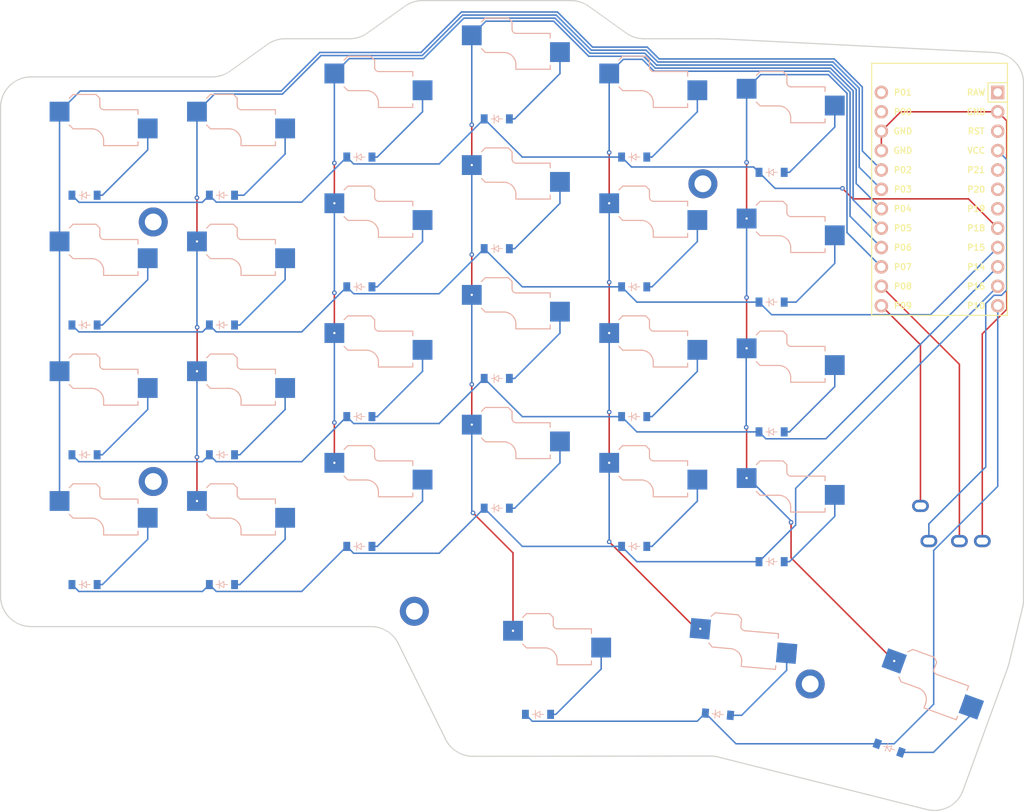
<source format=kicad_pcb>
(kicad_pcb (version 20241229) (generator "pcbnew") (generator_version "9.0")
  (title_block (title "left") (date "2025-04-21") (rev "v1.0.0") (company "Unknown"))
  (layers (0 "F.Cu" signal) (2 "B.Cu" signal) (13 "F.Paste" user) (15 "B.Paste" user) (5 "F.SilkS" user "F.Silkscreen") (7 "B.SilkS" user "B.Silkscreen") (1 "F.Mask" user) (3 "B.Mask" user) (25 "Edge.Cuts" user))
  (net 0 "")
  (net 1 "P2")
  (net 2 "outer_bottom")
  (net 3 "GND")
  (net 4 "outer_home")
  (net 5 "outer_top")
  (net 6 "outer_num")
  (net 7 "P3")
  (net 8 "pinky_bottom")
  (net 9 "pinky_home")
  (net 10 "pinky_top")
  (net 11 "pinky_num")
  (net 12 "P4")
  (net 13 "ring_bottom")
  (net 14 "ring_home")
  (net 15 "ring_top")
  (net 16 "ring_num")
  (net 17 "P5")
  (net 18 "middle_bottom")
  (net 19 "middle_home")
  (net 20 "middle_top")
  (net 21 "middle_num")
  (net 22 "P6")
  (net 23 "index_bottom")
  (net 24 "index_home")
  (net 25 "index_top")
  (net 26 "index_num")
  (net 27 "P7")
  (net 28 "inner_bottom")
  (net 29 "inner_home")
  (net 30 "inner_top")
  (net 31 "inner_num")
  (net 32 "out_home")
  (net 33 "home_home")
  (net 34 "in_home")
  (net 35 "P16")
  (net 36 "P14")
  (net 37 "P15")
  (net 38 "P18")
  (net 39 "P10")
  (net 40 "RAW")
  (net 41 "RST")
  (net 42 "VCC")
  (net 43 "P21")
  (net 44 "P20")
  (net 45 "P19")
  (net 46 "P1")
  (net 47 "P0")
  (net 48 "P8")
  (net 49 "P9")
  (footprint "ceoloide:mounting_hole_plated" (layer "F.Cu") (at 109 57.5)
    (property "Reference" "H1" (hide yes))
    (property "Value" "")
  )
  (footprint "ceoloide:mounting_hole_plated" (layer "F.Cu") (at 143.2 108.5)
    (property "Reference" "H5" (hide yes))
    (property "Value" "")
  )
  (footprint "ProMicro" (layer "F.Cu") (at 212 54.5 -90)
    (property "Reference" "MCU1" (hide yes))
    (property "Value" "" (hide yes))
  )
  (footprint "ceoloide:trrs_pj320a" (layer "F.Cu") (at 220.8 97 -90)
    (property "Reference" "TRRS1" (hide yes))
    (property "Value" "")
  )
  (footprint "ceoloide:mounting_hole_plated" (layer "F.Cu") (at 109 91.5)
    (property "Reference" "H3" (hide yes))
    (property "Value" "")
  )
  (footprint "ceoloide:mounting_hole_plated" (layer "F.Cu") (at 195.055478 118.019722 -5)
    (property "Reference" "H4" (hide yes))
    (property "Value" "")
  )
  (footprint "ceoloide:mounting_hole_plated" (layer "F.Cu") (at 181 52.5)
    (property "Reference" "H2" (hide yes))
    (property "Value" "")
  )
  (footprint "ceoloide:diode_tht_sod123" (layer "B.Cu") (at 190 102)
    (property "Reference" "D21" (hide yes))
    (property "Value" "")
  )
  (footprint "ceoloide:diode_tht_sod123" (layer "B.Cu") (at 172 66)
    (property "Reference" "D19" (hide yes))
    (property "Value" "")
  )
  (footprint "ceoloide:switch_choc_v1_v2" (layer "B.Cu") (at 159.4 117)
    (property "Reference" "S25" (hide yes))
    (property "Value" "")
  )
  (footprint "ceoloide:diode_tht_sod123" (layer "B.Cu") (at 172 83)
    (property "Reference" "D18" (hide yes))
    (property "Value" "")
  )
  (footprint "ceoloide:switch_choc_v1_v2" (layer "B.Cu") (at 154 90)
    (property "Reference" "S13" (hide yes))
    (property "Value" "")
  )
  (footprint "ceoloide:switch_choc_v1_v2" (layer "B.Cu") (at 136 44)
    (property "Reference" "S12" (hide yes))
    (property "Value" "")
  )
  (footprint "ceoloide:diode_tht_sod123" (layer "B.Cu") (at 154 44)
    (property "Reference" "D16" (hide yes))
    (property "Value" "")
  )
  (footprint "ceoloide:switch_choc_v1_v2" (layer "B.Cu") (at 154 73)
    (property "Reference" "S14" (hide yes))
    (property "Value" "")
  )
  (footprint "ceoloide:switch_choc_v1_v2" (layer "B.Cu") (at 190 80)
    (property "Reference" "S22" (hide yes))
    (property "Value" "")
  )
  (footprint "ceoloide:diode_tht_sod123" (layer "B.Cu") (at 118 105)
    (property "Reference" "D5" (hide yes))
    (property "Value" "")
  )
  (footprint "ceoloide:diode_tht_sod123" (layer "B.Cu") (at 159.4 122)
    (property "Reference" "D25" (hide yes))
    (property "Value" "")
  )
  (footprint "ceoloide:switch_choc_v1_v2" (layer "B.Cu") (at 190 97)
    (property "Reference" "S21" (hide yes))
    (property "Value" "")
  )
  (footprint "ceoloide:switch_choc_v1_v2" (layer "B.Cu") (at 172 78)
    (property "Reference" "S18" (hide yes))
    (property "Value" "")
  )
  (footprint "ceoloide:switch_choc_v1_v2" (layer "B.Cu") (at 118 66)
    (property "Reference" "S7" (hide yes))
    (property "Value" "")
  )
  (footprint "ceoloide:diode_tht_sod123" (layer "B.Cu") (at 100 105)
    (property "Reference" "D1" (hide yes))
    (property "Value" "")
  )
  (footprint "ceoloide:diode_tht_sod123" (layer "B.Cu") (at 154 61)
    (property "Reference" "D15" (hide yes))
    (property "Value" "")
  )
  (footprint "ceoloide:switch_choc_v1_v2" (layer "B.Cu") (at 100 49)
    (property "Reference" "S4" (hide yes))
    (property "Value" "")
  )
  (footprint "ceoloide:switch_choc_v1_v2" (layer "B.Cu") (at 172 44)
    (property "Reference" "S20" (hide yes))
    (property "Value" "")
  )
  (footprint "ceoloide:switch_choc_v1_v2" (layer "B.Cu") (at 172 95)
    (property "Reference" "S17" (hide yes))
    (property "Value" "")
  )
  (footprint "ceoloide:diode_tht_sod123" (layer "B.Cu") (at 100 54)
    (property "Reference" "D4" (hide yes))
    (property "Value" "")
  )
  (footprint "ceoloide:diode_tht_sod123" (layer "B.Cu") (at 154 95)
    (property "Reference" "D13" (hide yes))
    (property "Value" "")
  )
  (footprint "ceoloide:switch_choc_v1_v2" (layer "B.Cu") (at 172 61)
    (property "Reference" "S19" (hide yes))
    (property "Value" "")
  )
  (footprint "ceoloide:diode_tht_sod123" (layer "B.Cu") (at 100 71)
    (property "Reference" "D3" (hide yes))
    (property "Value" "")
  )
  (footprint "ceoloide:switch_choc_v1_v2" (layer "B.Cu") (at 136 78)
    (property "Reference" "S10" (hide yes))
    (property "Value" "")
  )
  (footprint "ceoloide:diode_tht_sod123" (layer "B.Cu") (at 205.391444 126.418188 -20)
    (property "Reference" "D27" (hide yes))
    (property "Value" "")
  )
  (footprint "ceoloide:diode_tht_sod123" (layer "B.Cu") (at 136 66)
    (property "Reference" "D11" (hide yes))
    (property "Value" "")
  )
  (footprint "ceoloide:switch_choc_v1_v2" (layer "B.Cu") (at 190 46)
    (property "Reference" "S24" (hide yes))
    (property "Value" "")
  )
  (footprint "ceoloide:switch_choc_v1_v2" (layer "B.Cu") (at 100 83)
    (property "Reference" "S2" (hide yes))
    (property "Value" "")
  )
  (footprint "ceoloide:diode_tht_sod123" (layer "B.Cu") (at 172 49)
    (property "Reference" "D20" (hide yes))
    (property "Value" "")
  )
  (footprint "ceoloide:diode_tht_sod123" (layer "B.Cu") (at 190 68)
    (property "Reference" "D23" (hide yes))
    (property "Value" "")
  )
  (footprint "ceoloide:switch_choc_v1_v2" (layer "B.Cu") (at 154 56)
    (property "Reference" "S15" (hide yes))
    (property "Value" "")
  )
  (footprint "ceoloide:diode_tht_sod123" (layer "B.Cu") (at 136 83)
    (property "Reference" "D10" (hide yes))
    (property "Value" "")
  )
  (footprint "ceoloide:switch_choc_v1_v2" (layer "B.Cu") (at 100 100)
    (property "Reference" "S1" (hide yes))
    (property "Value" "")
  )
  (footprint "ceoloide:diode_tht_sod123" (layer "B.Cu") (at 182.964221 121.980974 -5)
    (property "Reference" "D26" (hide yes))
    (property "Value" "")
  )
  (footprint "ceoloide:diode_tht_sod123" (layer "B.Cu") (at 118 88)
    (property "Reference" "D6" (hide yes))
    (property "Value" "")
  )
  (footprint "ceoloide:switch_choc_v1_v2" (layer "B.Cu") (at 136 95)
    (property "Reference" "S9" (hide yes))
    (property "Value" "")
  )
  (footprint "ceoloide:diode_tht_sod123" (layer "B.Cu") (at 100 88)
    (property "Reference" "D2" (hide yes))
    (property "Value" "")
  )
  (footprint "ceoloide:switch_choc_v1_v2" (layer "B.Cu") (at 100 66)
    (property "Reference" "S3" (hide yes))
    (property "Value" "")
  )
  (footprint "ceoloide:diode_tht_sod123" (layer "B.Cu") (at 118 71)
    (property "Reference" "D7" (hide yes))
    (property "Value" "")
  )
  (footprint "ceoloide:diode_tht_sod123" (layer "B.Cu") (at 136 49)
    (property "Reference" "D12" (hide yes))
    (property "Value" "")
  )
  (footprint "ceoloide:switch_choc_v1_v2" (layer "B.Cu") (at 118 83)
    (property "Reference" "S6" (hide yes))
    (property "Value" "")
  )
  (footprint "ceoloide:diode_tht_sod123" (layer "B.Cu") (at 190 51)
    (property "Reference" "D24" (hide yes))
    (property "Value" "")
  )
  (footprint "ceoloide:diode_tht_sod123" (layer "B.Cu") (at 118 54)
    (property "Reference" "D8" (hide yes))
    (property "Value" "")
  )
  (footprint "ceoloide:switch_choc_v1_v2" (layer "B.Cu") (at 183.4 117 -5)
    (property "Reference" "S26" (hide yes))
    (property "Value" "")
  )
  (footprint "ceoloide:switch_choc_v1_v2" (layer "B.Cu") (at 154 39)
    (property "Reference" "S16" (hide yes))
    (property "Value" "")
  )
  (footprint "ceoloide:diode_tht_sod123" (layer "B.Cu") (at 172 100)
    (property "Reference" "D17" (hide yes))
    (property "Value" "")
  )
  (footprint "ceoloide:switch_choc_v1_v2" (layer "B.Cu") (at 136 61)
    (property "Reference" "S11" (hide yes))
    (property "Value" "")
  )
  (footprint "ceoloide:diode_tht_sod123" (layer "B.Cu") (at 154 78)
    (property "Reference" "D14" (hide yes))
    (property "Value" "")
  )
  (footprint "ceoloide:switch_choc_v1_v2" (layer "B.Cu") (at 118 100)
    (property "Reference" "S5" (hide yes))
    (property "Value" "")
  )
  (footprint "ceoloide:switch_choc_v1_v2" (layer "B.Cu") (at 118 49)
    (property "Reference" "S8" (hide yes))
    (property "Value" "")
  )
  (footprint "ceoloide:diode_tht_sod123" (layer "B.Cu") (at 136 100)
    (property "Reference" "D9" (hide yes))
    (property "Value" "")
  )
  (footprint "ceoloide:diode_tht_sod123" (layer "B.Cu") (at 190 85)
    (property "Reference" "D22" (hide yes))
    (property "Value" "")
  )
  (footprint "ceoloide:switch_choc_v1_v2" (layer "B.Cu") (at 207.101544 121.719725 -20)
    (property "Reference" "S27" (hide yes))
    (property "Value" "")
  )
  (footprint "ceoloide:switch_choc_v1_v2" (layer "B.Cu") (at 190 63)
    (property "Reference" "S23" (hide yes))
    (property "Value" "")
  )
  (gr_line (start 166.043092 29.245066) (end 170.956908 32.754934) (stroke (width 0.15)) (layer "Edge.Cuts"))
  (gr_line (start 223 39.304997) (end 223 107.021291) (stroke (width 0.15)) (layer "Edge.Cuts"))
  (gr_line (start 220.953475 115.823707) (end 215.081352 131.957231) (stroke (width 0.15)) (layer "Edge.Cuts"))
  (gr_line (start 210.346834 134.468315) (end 182.967565 127.581461) (stroke (width 0.15)) (layer "Edge.Cuts"))
  (gr_arc (start 93 110.5) (mid 90.171573 109.328427) (end 89 106.5) (stroke (width 0.15)) (layer "Edge.Cuts"))
  (gr_arc (start 163.71814 28.5) (mid 164.938844 28.690829) (end 166.043092 29.245066) (stroke (width 0.15)) (layer "Edge.Cuts"))
  (gr_line (start 93 110.5) (end 137.514808 110.5) (stroke (width 0.15)) (layer "Edge.Cuts"))
  (gr_arc (start 223 107.021291) (mid 222.97166 107.496608) (end 222.887037 107.965189) (stroke (width 0.15)) (layer "Edge.Cuts"))
  (gr_line (start 93 38.5) (end 116.71814 38.5) (stroke (width 0.15)) (layer "Edge.Cuts"))
  (gr_line (start 181.987129 127.460628) (end 150.888441 127.497083) (stroke (width 0.15)) (layer "Edge.Cuts"))
  (gr_arc (start 219.19975 35.309988) (mid 221.89819 36.548097) (end 223 39.304997) (stroke (width 0.15)) (layer "Edge.Cuts"))
  (gr_arc (start 137.043092 32.754934) (mid 135.938851 33.309193) (end 134.71814 33.5) (stroke (width 0.15)) (layer "Edge.Cuts"))
  (gr_arc (start 89 42.5) (mid 90.171573 39.671573) (end 93 38.5) (stroke (width 0.15)) (layer "Edge.Cuts"))
  (gr_arc (start 119.043092 37.754934) (mid 117.938851 38.309193) (end 116.71814 38.5) (stroke (width 0.15)) (layer "Edge.Cuts"))
  (gr_arc (start 150.888441 127.497083) (mid 148.774821 126.895937) (end 147.297646 125.269044) (stroke (width 0.15)) (layer "Edge.Cuts"))
  (gr_line (start 147.297646 125.269044) (end 141.100914 112.728041) (stroke (width 0.15)) (layer "Edge.Cuts"))
  (gr_arc (start 215.081352 131.957231) (mid 213.196806 134.122906) (end 210.346834 134.468315) (stroke (width 0.15)) (layer "Edge.Cuts"))
  (gr_arc (start 181.987129 127.460628) (mid 182.481091 127.490665) (end 182.967565 127.581461) (stroke (width 0.15)) (layer "Edge.Cuts"))
  (gr_arc (start 141.956908 29.245066) (mid 143.061149 28.690807) (end 144.28186 28.5) (stroke (width 0.15)) (layer "Edge.Cuts"))
  (gr_line (start 137.043092 32.754934) (end 141.956908 29.245066) (stroke (width 0.15)) (layer "Edge.Cuts"))
  (gr_arc (start 182.900061 33.5) (mid 182.999968 33.501247) (end 183.099812 33.504991) (stroke (width 0.15)) (layer "Edge.Cuts"))
  (gr_arc (start 137.514808 110.5) (mid 139.625748 111.102369) (end 141.100914 112.728041) (stroke (width 0.15)) (layer "Edge.Cuts"))
  (gr_line (start 222.887037 107.965189) (end 221.081741 115.399524) (stroke (width 0.15)) (layer "Edge.Cuts"))
  (gr_line (start 126.28186 33.5) (end 134.71814 33.5) (stroke (width 0.15)) (layer "Edge.Cuts"))
  (gr_line (start 119.043092 37.754934) (end 123.956908 34.245066) (stroke (width 0.15)) (layer "Edge.Cuts"))
  (gr_line (start 144.28186 28.5) (end 163.71814 28.5) (stroke (width 0.15)) (layer "Edge.Cuts"))
  (gr_line (start 89 106.5) (end 89 42.5) (stroke (width 0.15)) (layer "Edge.Cuts"))
  (gr_arc (start 221.081741 115.399524) (mid 221.023489 115.613394) (end 220.953475 115.823707) (stroke (width 0.15)) (layer "Edge.Cuts"))
  (gr_arc (start 173.28186 33.5) (mid 172.061156 33.309171) (end 170.956908 32.754934) (stroke (width 0.15)) (layer "Edge.Cuts"))
  (gr_line (start 183.099812 33.504991) (end 219.19975 35.309988) (stroke (width 0.15)) (layer "Edge.Cuts"))
  (gr_arc (start 123.956908 34.245066) (mid 125.061149 33.690807) (end 126.28186 33.5) (stroke (width 0.15)) (layer "Edge.Cuts"))
  (gr_line (start 173.28186 33.5) (end 182.900061 33.5) (stroke (width 0.15)) (layer "Edge.Cuts"))
  (segment (start 149.3698 29.996) (end 144.0678 35.298) (width 0.2) (layer "B.Cu") (net 1))
  (segment (start 173.7134 34.595) (end 166.5463 34.595) (width 0.2) (layer "B.Cu") (net 1))
  (segment (start 201.881 48.191) (end 201.881 39.8185) (width 0.2) (layer "B.Cu") (net 1))
  (segment (start 198.2085 36.146) (end 175.2644 36.146) (width 0.2) (layer "B.Cu") (net 1))
  (segment (start 96.725 77.05) (end 96.725 94.05) (width 0.2) (layer "B.Cu") (net 1))
  (segment (start 166.5463 34.595) (end 161.9473 29.996) (width 0.2) (layer "B.Cu") (net 1))
  (segment (start 96.725 43.05) (end 96.725 60.05) (width 0.2) (layer "B.Cu") (net 1))
  (segment (start 161.9473 29.996) (end 149.3698 29.996) (width 0.2) (layer "B.Cu") (net 1))
  (segment (start 201.881 39.8185) (end 198.2085 36.146) (width 0.2) (layer "B.Cu") (net 1))
  (segment (start 175.2644 36.146) (end 173.7134 34.595) (width 0.2) (layer "B.Cu") (net 1))
  (segment (start 204.38 50.69) (end 201.881 48.191) (width 0.2) (layer "B.Cu") (net 1))
  (segment (start 125.7589 40.349) (end 99.426 40.349) (width 0.2) (layer "B.Cu") (net 1))
  (segment (start 130.8099 35.298) (end 125.7589 40.349) (width 0.2) (layer "B.Cu") (net 1))
  (segment (start 96.725 60.05) (end 96.725 77.05) (width 0.2) (layer "B.Cu") (net 1))
  (segment (start 144.0678 35.298) (end 130.8099 35.298) (width 0.2) (layer "B.Cu") (net 1))
  (segment (start 99.426 40.349) (end 96.725 43.05) (width 0.2) (layer "B.Cu") (net 1))
  (segment (start 108.275 99.064892) (end 108.275 96.25) (width 0.2) (layer "B.Cu") (net 2))
  (segment (start 102.339892 105) (end 108.275 99.064892) (width 0.2) (layer "B.Cu") (net 2))
  (segment (start 101.65 105) (end 102.339892 105) (width 0.2) (layer "B.Cu") (net 2))
  (segment (start 217.6 72.154954) (end 220.7973 68.957654) (width 0.2) (layer "F.Cu") (net 3))
  (segment (start 219.62 43.07) (end 206.92 43.07) (width 0.2) (layer "F.Cu") (net 3))
  (segment (start 206.92 43.07) (end 204.38 45.61) (width 0.2) (layer "F.Cu") (net 3))
  (segment (start 220.7973 68.957654) (end 220.7973 44.2473) (width 0.2) (layer "F.Cu") (net 3))
  (segment (start 220.7973 44.2473) (end 219.62 43.07) (width 0.2) (layer "F.Cu") (net 3))
  (segment (start 204.38 45.61) (end 204.38 48.15) (width 0.2) (layer "F.Cu") (net 3))
  (segment (start 217.6 99.3) (end 217.6 72.154954) (width 0.2) (layer "F.Cu") (net 3))
  (segment (start 102.339892 88) (end 108.275 82.064892) (width 0.2) (layer "B.Cu") (net 4))
  (segment (start 108.275 82.064892) (end 108.275 79.25) (width 0.2) (layer "B.Cu") (net 4))
  (segment (start 101.65 88) (end 102.339892 88) (width 0.2) (layer "B.Cu") (net 4))
  (segment (start 108.275 65.064892) (end 108.275 62.25) (width 0.2) (layer "B.Cu") (net 5))
  (segment (start 101.65 71) (end 102.339892 71) (width 0.2) (layer "B.Cu") (net 5))
  (segment (start 102.339892 71) (end 108.275 65.064892) (width 0.2) (layer "B.Cu") (net 5))
  (segment (start 108.275 48.064892) (end 108.275 45.25) (width 0.2) (layer "B.Cu") (net 6))
  (segment (start 101.65 54) (end 102.339892 54) (width 0.2) (layer "B.Cu") (net 6))
  (segment (start 102.339892 54) (end 108.275 48.064892) (width 0.2) (layer "B.Cu") (net 6))
  (segment (start 114.725 88.301) (end 114.725 94.05) (width 0.2) (layer "F.Cu") (net 7))
  (segment (start 114.725 54.33) (end 114.725 60.05) (width 0.2) (layer "F.Cu") (net 7))
  (segment (start 114.75 71.301) (end 114.75 77.025) (width 0.2) (layer "F.Cu") (net 7))
  (segment (start 114.75 77.025) (end 114.725 77.05) (width 0.2) (layer "F.Cu") (net 7))
  (via (at 114.725 88.301) (size 0.6) (drill 0.3) (layers "F.Cu" "B.Cu") (net 7))
  (via (at 114.725 54.33) (size 0.6) (drill 0.3) (layers "F.Cu" "B.Cu") (net 7))
  (via (at 114.75 71.301) (size 0.6) (drill 0.3) (layers "F.Cu" "B.Cu") (net 7))
  (via (at 114.725 77.05) (size 0.6) (drill 0.3) (layers "F.Cu" "B.Cu") (net 7))
  (via (at 114.725 94.05) (size 0.6) (drill 0.3) (layers "F.Cu" "B.Cu") (net 7))
  (via (at 114.725 60.05) (size 0.6) (drill 0.3) (layers "F.Cu" "B.Cu") (net 7))
  (segment (start 130.976 35.699) (end 125.925 40.75) (width 0.2) (layer "B.Cu") (net 7))
  (segment (start 114.725 60.05) (end 114.725 71.276) (width 0.2) (layer "B.Cu") (net 7))
  (segment (start 166.3802 34.996) (end 161.7812 30.397) (width 0.2) (layer "B.Cu") (net 7))
  (segment (start 149.5359 30.397) (end 144.2339 35.699) (width 0.2) (layer "B.Cu") (net 7))
  (segment (start 114.725 43.05) (end 114.725 54.33) (width 0.2) (layer "B.Cu") (net 7))
  (segment (start 198.0424 36.547) (end 175.0983 36.547) (width 0.2) (layer "B.Cu") (net 7))
  (segment (start 204.38 53.23) (end 201.48 50.33) (width 0.2) (layer "B.Cu") (net 7))
  (segment (start 201.48 50.33) (end 201.48 39.9846) (width 0.2) (layer "B.Cu") (net 7))
  (segment (start 161.7812 30.397) (end 149.5359 30.397) (width 0.2) (layer "B.Cu") (net 7))
  (segment (start 175.0983 36.547) (end 173.5473 34.996) (width 0.2) (layer "B.Cu") (net 7))
  (segment (start 114.725 71.276) (end 114.75 71.301) (width 0.2) (layer "B.Cu") (net 7))
  (segment (start 125.925 40.75) (end 117.025 40.75) (width 0.2) (layer "B.Cu") (net 7))
  (segment (start 144.2339 35.699) (end 130.976 35.699) (width 0.2) (layer "B.Cu") (net 7))
  (segment (start 201.48 39.9846) (end 198.0424 36.547) (width 0.2) (layer "B.Cu") (net 7))
  (segment (start 114.725 77.05) (end 114.725 88.301) (width 0.2) (layer "B.Cu") (net 7))
  (segment (start 173.5473 34.996) (end 166.3802 34.996) (width 0.2) (layer "B.Cu") (net 7))
  (segment (start 117.025 40.75) (end 114.725 43.05) (width 0.2) (layer "B.Cu") (net 7))
  (segment (start 119.65 105) (end 120.339892 105) (width 0.2) (layer "B.Cu") (net 8))
  (segment (start 120.339892 105) (end 126.275 99.064892) (width 0.2) (layer "B.Cu") (net 8))
  (segment (start 126.275 99.064892) (end 126.275 96.25) (width 0.2) (layer "B.Cu") (net 8))
  (segment (start 126.275 82.064892) (end 126.275 79.25) (width 0.2) (layer "B.Cu") (net 9))
  (segment (start 119.65 88) (end 120.339892 88) (width 0.2) (layer "B.Cu") (net 9))
  (segment (start 120.339892 88) (end 126.275 82.064892) (width 0.2) (layer "B.Cu") (net 9))
  (segment (start 126.275 65.064892) (end 126.275 62.25) (width 0.2) (layer "B.Cu") (net 10))
  (segment (start 120.339892 71) (end 126.275 65.064892) (width 0.2) (layer "B.Cu") (net 10))
  (segment (start 119.65 71) (end 120.339892 71) (width 0.2) (layer "B.Cu") (net 10))
  (segment (start 126.275 48.595) (end 126.275 45.25) (width 0.2) (layer "B.Cu") (net 11))
  (segment (start 120.87 54) (end 126.275 48.595) (width 0.2) (layer "B.Cu") (net 11))
  (segment (start 119.65 54) (end 120.87 54) (width 0.2) (layer "B.Cu") (net 11))
  (segment (start 132.725735 66.775735) (end 132.725 66.77647) (width 0.2) (layer "F.Cu") (net 12))
  (segment (start 132.725 83.77647) (end 132.725 89.05) (width 0.2) (layer "F.Cu") (net 12))
  (segment (start 132.725 66.77647) (end 132.725 72.05) (width 0.2) (layer "F.Cu") (net 12))
  (segment (start 132.725735 83.775735) (end 132.725 83.77647) (width 0.2) (layer "F.Cu") (net 12))
  (segment (start 132.725 49.775) (end 132.725 55.05) (width 0.2) (layer "F.Cu") (net 12))
  (via (at 132.725 72.05) (size 0.6) (drill 0.3) (layers "F.Cu" "B.Cu") (net 12))
  (via (at 132.725735 66.775735) (size 0.6) (drill 0.3) (layers "F.Cu" "B.Cu") (net 12))
  (via (at 132.725 49.775) (size 0.6) (drill 0.3) (layers "F.Cu" "B.Cu") (net 12))
  (via (at 132.725 89.05) (size 0.6) (drill 0.3) (layers "F.Cu" "B.Cu") (net 12))
  (via (at 132.725 55.05) (size 0.6) (drill 0.3) (layers "F.Cu" "B.Cu") (net 12))
  (via (at 132.725735 83.775735) (size 0.6) (drill 0.3) (layers "F.Cu" "B.Cu") (net 12))
  (segment (start 132.725 83.775) (end 132.725735 83.775735) (width 0.2) (layer "B.Cu") (net 12))
  (segment (start 132.725 38.05) (end 132.725 49.775) (width 0.2) (layer "B.Cu") (net 12))
  (segment (start 132.725 55.05) (end 132.725 66.775) (width 0.2) (layer "B.Cu") (net 12))
  (segment (start 166.2141 35.397) (end 161.6151 30.798) (width 0.2) (layer "B.Cu") (net 12))
  (segment (start 144.4 36.1) (end 134.675 36.1) (width 0.2) (layer "B.Cu") (net 12))
  (segment (start 173.3812 35.397) (end 166.2141 35.397) (width 0.2) (layer "B.Cu") (net 12))
  (segment (start 134.675 36.1) (end 132.725 38.05) (width 0.2) (layer "B.Cu") (net 12))
  (segment (start 161.6151 30.798) (end 149.702 30.798) (width 0.2) (layer "B.Cu") (net 12))
  (segment (start 201.079 40.1507) (end 197.8763 36.948) (width 0.2) (layer "B.Cu") (net 12))
  (segment (start 204.38 55.77) (end 201.079 52.469) (width 0.2) (layer "B.Cu") (net 12))
  (segment (start 149.702 30.798) (end 144.4 36.1) (width 0.2) (layer "B.Cu") (net 12))
  (segment (start 174.9322 36.948) (end 173.3812 35.397) (width 0.2) (layer "B.Cu") (net 12))
  (segment (start 197.8763 36.948) (end 174.9322 36.948) (width 0.2) (layer "B.Cu") (net 12))
  (segment (start 132.725 72.05) (end 132.725 83.775) (width 0.2) (layer "B.Cu") (net 12))
  (segment (start 201.079 52.469) (end 201.079 40.1507) (width 0.2) (layer "B.Cu") (net 12))
  (segment (start 132.725 66.775) (end 132.725735 66.775735) (width 0.2) (layer "B.Cu") (net 12))
  (segment (start 137.65 100) (end 138.339892 100) (width 0.2) (layer "B.Cu") (net 13))
  (segment (start 138.339892 100) (end 144.275 94.064892) (width 0.2) (layer "B.Cu") (net 13))
  (segment (start 144.275 94.064892) (end 144.275 91.25) (width 0.2) (layer "B.Cu") (net 13))
  (segment (start 138.339892 83) (end 144.275 77.064892) (width 0.2) (layer "B.Cu") (net 14))
  (segment (start 137.65 83) (end 138.339892 83) (width 0.2) (layer "B.Cu") (net 14))
  (segment (start 144.275 77.064892) (end 144.275 74.25) (width 0.2) (layer "B.Cu") (net 14))
  (segment (start 144.275 60.064892) (end 144.275 57.25) (width 0.2) (layer "B.Cu") (net 15))
  (segment (start 138.339892 66) (end 144.275 60.064892) (width 0.2) (layer "B.Cu") (net 15))
  (segment (start 137.65 66) (end 138.339892 66) (width 0.2) (layer "B.Cu") (net 15))
  (segment (start 144.275 43.064892) (end 144.275 40.25) (width 0.2) (layer "B.Cu") (net 16))
  (segment (start 137.65 49) (end 138.339892 49) (width 0.2) (layer "B.Cu") (net 16))
  (segment (start 138.339892 49) (end 144.275 43.064892) (width 0.2) (layer "B.Cu") (net 16))
  (segment (start 150.725735 44.775735) (end 150.725735 50.049265) (width 0.2) (layer "F.Cu") (net 17))
  (segment (start 150.725 78.77647) (end 150.725 84.05) (width 0.2) (layer "F.Cu") (net 17))
  (segment (start 150.725735 61.775735) (end 150.725735 67.049265) (width 0.2) (layer "F.Cu") (net 17))
  (segment (start 150.725735 67.049265) (end 150.725 67.05) (width 0.2) (layer "F.Cu") (net 17))
  (segment (start 150.888235 95.613235) (end 156.125 100.85) (width 0.2) (layer "F.Cu") (net 17))
  (segment (start 156.125 100.85) (end 156.125 111.05) (width 0.2) (layer "F.Cu") (net 17))
  (segment (start 150.725735 50.049265) (end 150.725 50.05) (width 0.2) (layer "F.Cu") (net 17))
  (segment (start 150.725735 78.775735) (end 150.725 78.77647) (width 0.2) (layer "F.Cu") (net 17))
  (via (at 150.725 67.05) (size 0.6) (drill 0.3) (layers "F.Cu" "B.Cu") (net 17))
  (via (at 156.125 111.05) (size 0.6) (drill 0.3) (layers "F.Cu" "B.Cu") (net 17))
  (via (at 150.725735 44.775735) (size 0.6) (drill 0.3) (layers "F.Cu" "B.Cu") (net 17))
  (via (at 150.725735 61.775735) (size 0.6) (drill 0.3) (layers "F.Cu" "B.Cu") (net 17))
  (via (at 150.725 84.05) (size 0.6) (drill 0.3) (layers "F.Cu" "B.Cu") (net 17))
  (via (at 150.888235 95.613235) (size 0.6) (drill 0.3) (layers "F.Cu" "B.Cu") (net 17))
  (via (at 150.725735 78.775735) (size 0.6) (drill 0.3) (layers "F.Cu" "B.Cu") (net 17))
  (via (at 150.725 50.05) (size 0.6) (drill 0.3) (layers "F.Cu" "B.Cu") (net 17))
  (segment (start 174.7661 37.349) (end 173.2151 35.798) (width 0.2) (layer "B.Cu") (net 17))
  (segment (start 200.678 40.3168) (end 197.7102 37.349) (width 0.2) (layer "B.Cu") (net 17))
  (segment (start 150.725 61.775) (end 150.725735 61.775735) (width 0.2) (layer "B.Cu") (net 17))
  (segment (start 150.725 78.775) (end 150.725735 78.775735) (width 0.2) (layer "B.Cu") (net 17))
  (segment (start 150.725 84.05) (end 150.725 95.45) (width 0.2) (layer "B.Cu") (net 17))
  (segment (start 200.678 54.608) (end 200.678 40.3168) (width 0.2) (layer "B.Cu") (net 17))
  (segment (start 150.725 95.45) (end 150.888235 95.613235) (width 0.2) (layer "B.Cu") (net 17))
  (segment (start 204.38 58.31) (end 200.678 54.608) (width 0.2) (layer "B.Cu") (net 17))
  (segment (start 161.449 31.199) (end 152.576 31.199) (width 0.2) (layer "B.Cu") (net 17))
  (segment (start 173.2151 35.798) (end 166.052 35.798) (width 0.2) (layer "B.Cu") (net 17))
  (segment (start 150.725 50.05) (end 150.725 61.775) (width 0.2) (layer "B.Cu") (net 17))
  (segment (start 166.052 35.798) (end 166.05 35.8) (width 0.2) (layer "B.Cu") (net 17))
  (segment (start 166.05 35.8) (end 161.449 31.199) (width 0.2) (layer "B.Cu") (net 17))
  (segment (start 150.725 67.05) (end 150.725 78.775) (width 0.2) (layer "B.Cu") (net 17))
  (segment (start 152.576 31.199) (end 150.725 33.05) (width 0.2) (layer "B.Cu") (net 17))
  (segment (start 197.7102 37.349) (end 174.7661 37.349) (width 0.2) (layer "B.Cu") (net 17))
  (segment (start 150.725 44.775) (end 150.725735 44.775735) (width 0.2) (layer "B.Cu") (net 17))
  (segment (start 150.725 33.05) (end 150.725 44.775) (width 0.2) (layer "B.Cu") (net 17))
  (segment (start 155.65 95) (end 156.339892 95) (width 0.2) (layer "B.Cu") (net 18))
  (segment (start 156.339892 95) (end 162.275 89.064892) (width 0.2) (layer "B.Cu") (net 18))
  (segment (start 162.275 89.064892) (end 162.275 86.25) (width 0.2) (layer "B.Cu") (net 18))
  (segment (start 156.339892 78) (end 162.275 72.064892) (width 0.2) (layer "B.Cu") (net 19))
  (segment (start 162.275 72.064892) (end 162.275 69.25) (width 0.2) (layer "B.Cu") (net 19))
  (segment (start 155.65 78) (end 156.339892 78) (width 0.2) (layer "B.Cu") (net 19))
  (segment (start 155.65 61) (end 156.339892 61) (width 0.2) (layer "B.Cu") (net 20))
  (segment (start 156.339892 61) (end 162.275 55.064892) (width 0.2) (layer "B.Cu") (net 20))
  (segment (start 162.275 55.064892) (end 162.275 52.25) (width 0.2) (layer "B.Cu") (net 20))
  (segment (start 155.65 44) (end 156.339892 44) (width 0.2) (layer "B.Cu") (net 21))
  (segment (start 162.275 38.064892) (end 162.275 35.25) (width 0.2) (layer "B.Cu") (net 21))
  (segment (start 156.339892 44) (end 162.275 38.064892) (width 0.2) (layer "B.Cu") (net 21))
  (segment (start 168.725 65.4) (end 168.725 72.05) (width 0.2) (layer "F.Cu") (net 22))
  (segment (start 168.725 48.4) (end 168.725 55.05) (width 0.2) (layer "F.Cu") (net 22))
  (segment (start 180.112206 110.787206) (end 180.656039 110.787206) (width 0.2) (layer "F.Cu") (net 22))
  (segment (start 168.725 82.4) (end 168.725 89.05) (width 0.2) (layer "F.Cu") (net 22))
  (segment (start 168.725 99.4) (end 180.112206 110.787206) (width 0.2) (layer "F.Cu") (net 22))
  (via (at 168.725 55.05) (size 0.6) (drill 0.3) (layers "F.Cu" "B.Cu") (net 22))
  (via (at 180.656039 110.787206) (size 0.6) (drill 0.3) (layers "F.Cu" "B.Cu") (net 22))
  (via (at 168.725 99.4) (size 0.6) (drill 0.3) (layers "F.Cu" "B.Cu") (net 22))
  (via (at 168.725 48.4) (size 0.6) (drill 0.3) (layers "F.Cu" "B.Cu") (net 22))
  (via (at 168.725 65.4) (size 0.6) (drill 0.3) (layers "F.Cu" "B.Cu") (net 22))
  (via (at 168.725 72.05) (size 0.6) (drill 0.3) (layers "F.Cu" "B.Cu") (net 22))
  (via (at 168.725 82.4) (size 0.6) (drill 0.3) (layers "F.Cu" "B.Cu") (net 22))
  (via (at 168.725 89.05) (size 0.6) (drill 0.3) (layers "F.Cu" "B.Cu") (net 22))
  (segment (start 168.725 89.05) (end 168.725 99.4) (width 0.2) (layer "B.Cu") (net 22))
  (segment (start 200.277 56.747) (end 200.277 40.4829) (width 0.2) (layer "B.Cu") (net 22))
  (segment (start 168.725 38.05) (end 168.725 48.4) (width 0.2) (layer "B.Cu") (net 22))
  (segment (start 174.6 37.75) (end 173.049 36.199) (width 0.2) (layer "B.Cu") (net 22))
  (segment (start 197.5441 37.75) (end 174.6 37.75) (width 0.2) (layer "B.Cu") (net 22))
  (segment (start 170.576 36.199) (end 168.725 38.05) (width 0.2) (layer "B.Cu") (net 22))
  (segment (start 204.38 60.85) (end 200.277 56.747) (width 0.2) (layer "B.Cu") (net 22))
  (segment (start 168.725 55.05) (end 168.725 65.4) (width 0.2) (layer "B.Cu") (net 22))
  (segment (start 168.725 72.05) (end 168.725 82.4) (width 0.2) (layer "B.Cu") (net 22))
  (segment (start 173.049 36.199) (end 170.576 36.199) (width 0.2) (layer "B.Cu") (net 22))
  (segment (start 200.277 40.4829) (end 197.5441 37.75) (width 0.2) (layer "B.Cu") (net 22))
  (segment (start 180.275 94.064892) (end 180.275 91.25) (width 0.2) (layer "B.Cu") (net 23))
  (segment (start 173.65 100) (end 174.339892 100) (width 0.2) (layer "B.Cu") (net 23))
  (segment (start 174.339892 100) (end 180.275 94.064892) (width 0.2) (layer "B.Cu") (net 23))
  (segment (start 173.65 83) (end 174.339892 83) (width 0.2) (layer "B.Cu") (net 24))
  (segment (start 174.339892 83) (end 180.275 77.064892) (width 0.2) (layer "B.Cu") (net 24))
  (segment (start 180.275 77.064892) (end 180.275 74.25) (width 0.2) (layer "B.Cu") (net 24))
  (segment (start 173.65 66) (end 174.339892 66) (width 0.2) (layer "B.Cu") (net 25))
  (segment (start 180.275 60.064892) (end 180.275 57.25) (width 0.2) (layer "B.Cu") (net 25))
  (segment (start 174.339892 66) (end 180.275 60.064892) (width 0.2) (layer "B.Cu") (net 25))
  (segment (start 180.275 43.064892) (end 180.275 40.25) (width 0.2) (layer "B.Cu") (net 26))
  (segment (start 173.65 49) (end 174.339892 49) (width 0.2) (layer "B.Cu") (net 26))
  (segment (start 174.339892 49) (end 180.275 43.064892) (width 0.2) (layer "B.Cu") (net 26))
  (segment (start 192.549 101.498367) (end 206.059071 115.008438) (width 0.2) (layer "F.Cu") (net 27))
  (segment (start 186.675 84.4) (end 186.725 84.45) (width 0.2) (layer "F.Cu") (net 27))
  (segment (start 186.725 49.699) (end 186.725 57.05) (width 0.2) (layer "F.Cu") (net 27))
  (segment (start 186.725 67.4) (end 186.725 74.05) (width 0.2) (layer "F.Cu") (net 27))
  (segment (start 192.549 96.848) (end 192.549 101.498367) (width 0.2) (layer "F.Cu") (net 27))
  (segment (start 186.725 84.45) (end 186.725 91.05) (width 0.2) (layer "F.Cu") (net 27))
  (via (at 186.675 84.4) (size 0.6) (drill 0.3) (layers "F.Cu" "B.Cu") (net 27))
  (via (at 186.725 67.4) (size 0.6) (drill 0.3) (layers "F.Cu" "B.Cu") (net 27))
  (via (at 186.725 91.05) (size 0.6) (drill 0.3) (layers "F.Cu" "B.Cu") (net 27))
  (via (at 206.059071 115.008438) (size 0.6) (drill 0.3) (layers "F.Cu" "B.Cu") (net 27))
  (via (at 186.725 57.05) (size 0.6) (drill 0.3) (layers "F.Cu" "B.Cu") (net 27))
  (via (at 186.725 49.699) (size 0.6) (drill 0.3) (layers "F.Cu" "B.Cu") (net 27))
  (via (at 186.725 74.05) (size 0.6) (drill 0.3) (layers "F.Cu" "B.Cu") (net 27))
  (via (at 192.549 96.848) (size 0.6) (drill 0.3) (layers "F.Cu" "B.Cu") (net 27))
  (segment (start 199.876 58.886) (end 199.876 40.649) (width 0.2) (layer "B.Cu") (net 27))
  (segment (start 186.725 74.05) (end 186.675 74.1) (width 0.2) (layer "B.Cu") (net 27))
  (segment (start 186.725 91.05) (end 186.95 91.05) (width 0.2) (layer "B.Cu") (net 27))
  (segment (start 186.725 40.05) (end 186.725 49.699) (width 0.2) (layer "B.Cu") (net 27))
  (segment (start 186.95 91.05) (end 192.549 96.649) (width 0.2) (layer "B.Cu") (net 27))
  (segment (start 188.576 38.199) (end 186.725 40.05) (width 0.2) (layer "B.Cu") (net 27))
  (segment (start 199.876 40.649) (end 197.426 38.199) (width 0.2) (layer "B.Cu") (net 27))
  (segment (start 186.675 74.1) (end 186.675 84.4) (width 0.2) (layer "B.Cu") (net 27))
  (segment (start 192.549 96.649) (end 192.549 96.848) (width 0.2) (layer "B.Cu") (net 27))
  (segment (start 186.725 57.05) (end 186.725 67.4) (width 0.2) (layer "B.Cu") (net 27))
  (segment (start 197.426 38.199) (end 188.576 38.199) (width 0.2) (layer "B.Cu") (net 27))
  (segment (start 204.38 63.39) (end 199.876 58.886) (width 0.2) (layer "B.Cu") (net 27))
  (segment (start 192.339892 102) (end 198.275 96.064892) (width 0.2) (layer "B.Cu") (net 28))
  (segment (start 191.65 102) (end 192.339892 102) (width 0.2) (layer "B.Cu") (net 28))
  (segment (start 198.275 96.064892) (end 198.275 93.25) (width 0.2) (layer "B.Cu") (net 28))
  (segment (start 191.65 85) (end 192.339892 85) (width 0.2) (layer "B.Cu") (net 29))
  (segment (start 198.275 79.064892) (end 198.275 76.25) (width 0.2) (layer "B.Cu") (net 29))
  (segment (start 192.339892 85) (end 198.275 79.064892) (width 0.2) (layer "B.Cu") (net 29))
  (segment (start 191.65 68) (end 193.2 68) (width 0.2) (layer "B.Cu") (net 30))
  (segment (start 198.275 62.925) (end 198.275 59.25) (width 0.2) (layer "B.Cu") (net 30))
  (segment (start 193.2 68) (end 198.275 62.925) (width 0.2) (layer "B.Cu") (net 30))
  (segment (start 198.275 45.064892) (end 198.275 42.25) (width 0.2) (layer "B.Cu") (net 31))
  (segment (start 192.339892 51) (end 198.275 45.064892) (width 0.2) (layer "B.Cu") (net 31))
  (segment (start 191.65 51) (end 192.339892 51) (width 0.2) (layer "B.Cu") (net 31))
  (segment (start 167.675 116.064892) (end 167.675 113.25) (width 0.2) (layer "B.Cu") (net 32))
  (segment (start 161.739892 122) (end 167.675 116.064892) (width 0.2) (layer "B.Cu") (net 32))
  (segment (start 161.05 122) (end 161.739892 122) (width 0.2) (layer "B.Cu") (net 32))
  (segment (start 191.970345 116.227975) (end 191.970345 113.985484) (width 0.2) (layer "B.Cu") (net 33))
  (segment (start 186.073539 122.124781) (end 191.970345 116.227975) (width 0.2) (layer "B.Cu") (net 33))
  (segment (start 184.607942 122.124781) (end 186.073539 122.124781) (width 0.2) (layer "B.Cu") (net 33))
  (segment (start 206.941937 126.982521) (end 211.197479 126.982521) (width 0.2) (layer "B.Cu") (net 34))
  (segment (start 216.160076 122.019924) (end 216.160076 121.026094) (width 0.2) (layer "B.Cu") (net 34))
  (segment (start 211.197479 126.982521) (end 216.160076 122.019924) (width 0.2) (layer "B.Cu") (net 34))
  (segment (start 99.251 105.901) (end 115.449 105.901) (width 0.2) (layer "B.Cu") (net 35))
  (segment (start 172.35 102) (end 188.35 102) (width 0.2) (layer "B.Cu") (net 35))
  (segment (start 116.35 105) (end 117.251 105.901) (width 0.2) (layer "B.Cu") (net 35))
  (segment (start 134.35 100) (end 135.251 100.901) (width 0.2) (layer "B.Cu") (net 35))
  (segment (start 146.449 100.901) (end 152.35 95) (width 0.2) (layer "B.Cu") (net 35))
  (segment (start 157.35 100) (end 170.35 100) (width 0.2) (layer "B.Cu") (net 35))
  (segment (start 188.35 102) (end 193.149 97.201) (width 0.2) (layer "B.Cu") (net 35))
  (segment (start 193.149 97.201) (end 193.149 92.401) (width 0.2) (layer "B.Cu") (net 35))
  (segment (start 115.449 105.901) (end 116.35 105) (width 0.2) (layer "B.Cu") (net 35))
  (segment (start 135.251 100.901) (end 146.449 100.901) (width 0.2) (layer "B.Cu") (net 35))
  (segment (start 117.251 105.901) (end 128.449 105.901) (width 0.2) (layer "B.Cu") (net 35))
  (segment (start 98.35 105) (end 99.251 105.901) (width 0.2) (layer "B.Cu") (net 35))
  (segment (start 170.35 100) (end 172.35 102) (width 0.2) (layer "B.Cu") (net 35))
  (segment (start 193.149 92.401) (end 219.62 65.93) (width 0.2) (layer "B.Cu") (net 35))
  (segment (start 152.35 95) (end 157.35 100) (width 0.2) (layer "B.Cu") (net 35))
  (segment (start 128.449 105.901) (end 134.35 100) (width 0.2) (layer "B.Cu") (net 35))
  (segment (start 135.251 83.901) (end 146.449 83.901) (width 0.2) (layer "B.Cu") (net 36))
  (segment (start 115.449 88.901) (end 116.35 88) (width 0.2) (layer "B.Cu") (net 36))
  (segment (start 128.449 88.901) (end 134.35 83) (width 0.2) (layer "B.Cu") (net 36))
  (segment (start 170.35 83) (end 172.35 85) (width 0.2) (layer "B.Cu") (net 36))
  (segment (start 134.35 83) (end 135.251 83.901) (width 0.2) (layer "B.Cu") (net 36))
  (segment (start 188.35 85) (end 189.251 85.901) (width 0.2) (layer "B.Cu") (net 36))
  (segment (start 189.251 85.901) (end 197.109 85.901) (width 0.2) (layer "B.Cu") (net 36))
  (segment (start 146.449 83.901) (end 152.35 78) (width 0.2) (layer "B.Cu") (net 36))
  (segment (start 197.109 85.901) (end 219.62 63.39) (width 0.2) (layer "B.Cu") (net 36))
  (segment (start 152.35 78) (end 157.35 83) (width 0.2) (layer "B.Cu") (net 36))
  (segment (start 98.35 88) (end 99.251 88.901) (width 0.2) (layer "B.Cu") (net 36))
  (segment (start 116.35 88) (end 117.251 88.901) (width 0.2) (layer "B.Cu") (net 36))
  (segment (start 117.251 88.901) (end 128.449 88.901) (width 0.2) (layer "B.Cu") (net 36))
  (segment (start 99.251 88.901) (end 115.449 88.901) (width 0.2) (layer "B.Cu") (net 36))
  (segment (start 157.35 83) (end 170.35 83) (width 0.2) (layer "B.Cu") (net 36))
  (segment (start 172.35 85) (end 188.35 85) (width 0.2) (layer "B.Cu") (net 36))
  (segment (start 189.9973 69.6473) (end 210.8227 69.6473) (width 0.2) (layer "B.Cu") (net 37))
  (segment (start 170.35 66) (end 172.35 68) (width 0.2) (layer "B.Cu") (net 37))
  (segment (start 116.35 71) (end 117.251 71.901) (width 0.2) (layer "B.Cu") (net 37))
  (segment (start 188.35 68) (end 189.9973 69.6473) (width 0.2) (layer "B.Cu") (net 37))
  (segment (start 210.8227 69.6473) (end 219.62 60.85) (width 0.2) (layer "B.Cu") (net 37))
  (segment (start 117.251 71.901) (end 128.449 71.901) (width 0.2) (layer "B.Cu") (net 37))
  (segment (start 98.35 71) (end 99.251 71.901) (width 0.2) (layer "B.Cu") (net 37))
  (segment (start 128.449 71.901) (end 134.35 66) (width 0.2) (layer "B.Cu") (net 37))
  (segment (start 172.35 68) (end 188.35 68) (width 0.2) (layer "B.Cu") (net 37))
  (segment (start 152.35 61) (end 157.35 66) (width 0.2) (layer "B.Cu") (net 37))
  (segment (start 134.35 66) (end 135.251 66.901) (width 0.2) (layer "B.Cu") (net 37))
  (segment (start 146.449 66.901) (end 152.35 61) (width 0.2) (layer "B.Cu") (net 37))
  (segment (start 115.449 71.901) (end 116.35 71) (width 0.2) (layer "B.Cu") (net 37))
  (segment (start 99.251 71.901) (end 115.449 71.901) (width 0.2) (layer "B.Cu") (net 37))
  (segment (start 135.251 66.901) (end 146.449 66.901) (width 0.2) (layer "B.Cu") (net 37))
  (segment (start 157.35 66) (end 170.35 66) (width 0.2) (layer "B.Cu") (net 37))
  (segment (start 215.785 54.475) (end 219.62 58.31) (width 0.2) (layer "F.Cu") (net 38))
  (segment (start 200.651 54.475) (end 215.785 54.475) (width 0.2) (layer "F.Cu") (net 38))
  (segment (start 199.276 53.1) (end 200.651 54.475) (width 0.2) (layer "F.Cu") (net 38))
  (via (at 199.276 53.1) (size 0.6) (drill 0.3) (layers "F.Cu" "B.Cu") (net 38))
  (segment (start 157.35 49) (end 170.35 49) (width 0.2) (layer "B.Cu") (net 38))
  (segment (start 135.251 49.901) (end 146.449 49.901) (width 0.2) (layer "B.Cu") (net 38))
  (segment (start 152.35 44) (end 157.35 49) (width 0.2) (layer "B.Cu") (net 38))
  (segment (start 98.35 54) (end 99.28 54.93) (width 0.2) (layer "B.Cu") (net 38))
  (segment (start 146.449 49.901) (end 152.35 44) (width 0.2) (layer "B.Cu") (net 38))
  (segment (start 188.35 51) (end 190.45 53.1) (width 0.2) (layer "B.Cu") (net 38))
  (segment (start 171.649 50.299) (end 187.649 50.299) (width 0.2) (layer "B.Cu") (net 38))
  (segment (start 116.35 54) (end 117.251 54.901) (width 0.2) (layer "B.Cu") (net 38))
  (segment (start 190.45 53.1) (end 199.276 53.1) (width 0.2) (layer "B.Cu") (net 38))
  (segment (start 134.35 49) (end 135.251 49.901) (width 0.2) (layer "B.Cu") (net 38))
  (segment (start 187.649 50.299) (end 188.35 51) (width 0.2) (layer "B.Cu") (net 38))
  (segment (start 99.28 54.93) (end 115.42 54.93) (width 0.2) (layer "B.Cu") (net 38))
  (segment (start 117.251 54.901) (end 128.449 54.901) (width 0.2) (layer "B.Cu") (net 38))
  (segment (start 115.42 54.93) (end 116.35 54) (width 0.2) (layer "B.Cu") (net 38))
  (segment (start 170.35 49) (end 171.649 50.299) (width 0.2) (layer "B.Cu") (net 38))
  (segment (start 128.449 54.901) (end 134.35 49) (width 0.2) (layer "B.Cu") (net 38))
  (segment (start 219.62 92.137049) (end 219.62 68.47) (width 0.2) (layer "B.Cu") (net 39))
  (segment (start 185.337188 125.853855) (end 203.840951 125.853855) (width 0.2) (layer "B.Cu") (net 39))
  (segment (start 158.651 122.901) (end 180.256667 122.901) (width 0.2) (layer "B.Cu") (net 39))
  (segment (start 203.840951 125.853855) (end 206.050415 125.853855) (width 0.2) (layer "B.Cu") (net 39))
  (segment (start 211.231583 120.672687) (end 211.231583 100.525466) (width 0.2) (layer "B.Cu") (net 39))
  (segment (start 157.75 122) (end 158.651 122.901) (width 0.2) (layer "B.Cu") (net 39))
  (segment (start 206.050415 125.853855) (end 211.231583 120.672687) (width 0.2) (layer "B.Cu") (net 39))
  (segment (start 180.256667 122.901) (end 181.3205 121.837167) (width 0.2) (layer "B.Cu") (net 39))
  (segment (start 181.3205 121.837167) (end 185.337188 125.853855) (width 0.2) (layer "B.Cu") (net 39))
  (segment (start 211.231583 100.525466) (end 219.62 92.137049) (width 0.2) (layer "B.Cu") (net 39))
  (segment (start 218.05 89.592951) (end 218.05 68.189646) (width 0.2) (layer "B.Cu") (net 42))
  (segment (start 220.107654 67.1073) (end 220.7973 66.417654) (width 0.2) (layer "B.Cu") (net 42))
  (segment (start 219.132346 67.1073) (end 220.107654 67.1073) (width 0.2) (layer "B.Cu") (net 42))
  (segment (start 220.7973 49.3273) (end 219.62 48.15) (width 0.2) (layer "B.Cu") (net 42))
  (segment (start 218.05 68.189646) (end 219.132346 67.1073) (width 0.2) (layer "B.Cu") (net 42))
  (segment (start 220.7973 66.417654) (end 220.7973 49.3273) (width 0.2) (layer "B.Cu") (net 42))
  (segment (start 210.6 97.042951) (end 218.05 89.592951) (width 0.2) (layer "B.Cu") (net 42))
  (segment (start 210.6 99.3) (end 210.6 97.042951) (width 0.2) (layer "B.Cu") (net 42))
  (segment (start 214.6 76.15) (end 204.38 65.93) (width 0.2) (layer "F.Cu") (net 48))
  (segment (start 214.6 99.3) (end 214.6 76.15) (width 0.2) (layer "F.Cu") (net 48))
  (segment (start 209.5 94.7) (end 209.5 73.59) (width 0.2) (layer "F.Cu") (net 49))
  (segment (start 209.5 73.59) (end 204.38 68.47) (width 0.2) (layer "F.Cu") (net 49))
)
</source>
